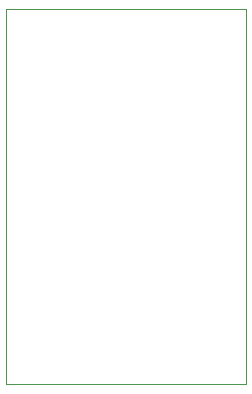
<source format=gbr>
%TF.GenerationSoftware,KiCad,Pcbnew,8.0.6*%
%TF.CreationDate,2025-02-14T15:15:12-07:00*%
%TF.ProjectId,KiCad_Curve_Tracer,4b694361-645f-4437-9572-76655f547261,rev?*%
%TF.SameCoordinates,Original*%
%TF.FileFunction,Profile,NP*%
%FSLAX46Y46*%
G04 Gerber Fmt 4.6, Leading zero omitted, Abs format (unit mm)*
G04 Created by KiCad (PCBNEW 8.0.6) date 2025-02-14 15:15:12*
%MOMM*%
%LPD*%
G01*
G04 APERTURE LIST*
%TA.AperFunction,Profile*%
%ADD10C,0.050000*%
%TD*%
G04 APERTURE END LIST*
D10*
X43180000Y-33020000D02*
X63500000Y-33020000D01*
X63500000Y-64770000D01*
X43180000Y-64770000D01*
X43180000Y-33020000D01*
M02*

</source>
